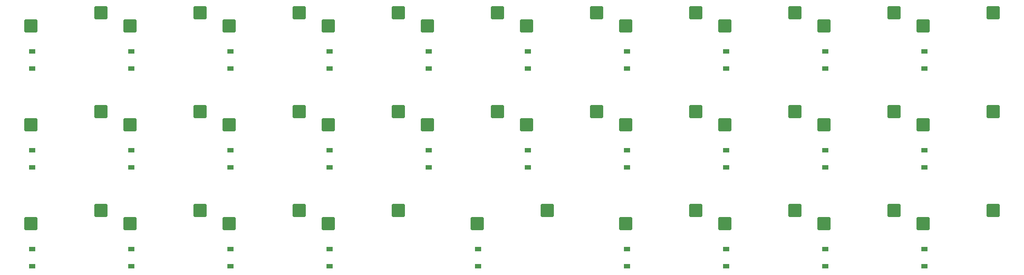
<source format=gbr>
%TF.GenerationSoftware,KiCad,Pcbnew,(6.0.6)*%
%TF.CreationDate,2022-07-16T00:36:14+07:00*%
%TF.ProjectId,pocket,706f636b-6574-42e6-9b69-6361645f7063,rev?*%
%TF.SameCoordinates,Original*%
%TF.FileFunction,Paste,Bot*%
%TF.FilePolarity,Positive*%
%FSLAX46Y46*%
G04 Gerber Fmt 4.6, Leading zero omitted, Abs format (unit mm)*
G04 Created by KiCad (PCBNEW (6.0.6)) date 2022-07-16 00:36:14*
%MOMM*%
%LPD*%
G01*
G04 APERTURE LIST*
G04 Aperture macros list*
%AMRoundRect*
0 Rectangle with rounded corners*
0 $1 Rounding radius*
0 $2 $3 $4 $5 $6 $7 $8 $9 X,Y pos of 4 corners*
0 Add a 4 corners polygon primitive as box body*
4,1,4,$2,$3,$4,$5,$6,$7,$8,$9,$2,$3,0*
0 Add four circle primitives for the rounded corners*
1,1,$1+$1,$2,$3*
1,1,$1+$1,$4,$5*
1,1,$1+$1,$6,$7*
1,1,$1+$1,$8,$9*
0 Add four rect primitives between the rounded corners*
20,1,$1+$1,$2,$3,$4,$5,0*
20,1,$1+$1,$4,$5,$6,$7,0*
20,1,$1+$1,$6,$7,$8,$9,0*
20,1,$1+$1,$8,$9,$2,$3,0*%
G04 Aperture macros list end*
%ADD10RoundRect,0.250000X1.025000X1.000000X-1.025000X1.000000X-1.025000X-1.000000X1.025000X-1.000000X0*%
%ADD11R,1.200000X0.900000*%
G04 APERTURE END LIST*
D10*
%TO.C,SW13*%
X231515000Y-60801250D03*
X218065000Y-63341250D03*
%TD*%
%TO.C,SW15*%
X193415000Y-60801250D03*
X179965000Y-63341250D03*
%TD*%
%TO.C,SW14*%
X212465000Y-60801250D03*
X199015000Y-63341250D03*
%TD*%
%TO.C,SW29*%
X84715000Y-82391250D03*
X98165000Y-79851250D03*
%TD*%
%TO.C,SW28*%
X103765000Y-82391250D03*
X117215000Y-79851250D03*
%TD*%
%TO.C,SW27*%
X122815000Y-82391250D03*
X136265000Y-79851250D03*
%TD*%
%TO.C,SW26*%
X141865000Y-82391250D03*
X155315000Y-79851250D03*
%TD*%
%TO.C,SW25*%
X170440000Y-82391250D03*
X183890000Y-79851250D03*
%TD*%
%TO.C,SW24*%
X199015000Y-82391250D03*
X212465000Y-79851250D03*
%TD*%
%TO.C,SW23*%
X218065000Y-82391250D03*
X231515000Y-79851250D03*
%TD*%
%TO.C,SW22*%
X237115000Y-82391250D03*
X250565000Y-79851250D03*
%TD*%
%TO.C,SW21*%
X256165000Y-82391250D03*
X269615000Y-79851250D03*
%TD*%
D11*
%TO.C,D29*%
X84931250Y-90550000D03*
X84931250Y-87250000D03*
%TD*%
%TO.C,D28*%
X103981250Y-90550000D03*
X103981250Y-87250000D03*
%TD*%
%TO.C,D27*%
X123031250Y-90550000D03*
X123031250Y-87250000D03*
%TD*%
%TO.C,D26*%
X142081250Y-90550000D03*
X142081250Y-87250000D03*
%TD*%
%TO.C,D25*%
X170656250Y-90550000D03*
X170656250Y-87250000D03*
%TD*%
%TO.C,D24*%
X199231250Y-90550000D03*
X199231250Y-87250000D03*
%TD*%
%TO.C,D23*%
X218281250Y-90550000D03*
X218281250Y-87250000D03*
%TD*%
%TO.C,D22*%
X237331250Y-90550000D03*
X237331250Y-87250000D03*
%TD*%
%TO.C,D21*%
X256381250Y-90550000D03*
X256381250Y-87250000D03*
%TD*%
D10*
%TO.C,SW6*%
X174365000Y-41751250D03*
X160915000Y-44291250D03*
%TD*%
%TO.C,SW20*%
X84715000Y-63341250D03*
X98165000Y-60801250D03*
%TD*%
%TO.C,SW19*%
X103765000Y-63341250D03*
X117215000Y-60801250D03*
%TD*%
%TO.C,SW18*%
X136265000Y-60801250D03*
X122815000Y-63341250D03*
%TD*%
%TO.C,SW17*%
X155315000Y-60801250D03*
X141865000Y-63341250D03*
%TD*%
%TO.C,SW16*%
X174365000Y-60801250D03*
X160915000Y-63341250D03*
%TD*%
%TO.C,SW12*%
X250565000Y-60801250D03*
X237115000Y-63341250D03*
%TD*%
%TO.C,SW11*%
X269615000Y-60801250D03*
X256165000Y-63341250D03*
%TD*%
D11*
%TO.C,D20*%
X84931250Y-68200000D03*
X84931250Y-71500000D03*
%TD*%
%TO.C,D19*%
X103981250Y-68200000D03*
X103981250Y-71500000D03*
%TD*%
%TO.C,D18*%
X123031250Y-68200000D03*
X123031250Y-71500000D03*
%TD*%
%TO.C,D17*%
X142081250Y-68200000D03*
X142081250Y-71500000D03*
%TD*%
%TO.C,D16*%
X161131250Y-68200000D03*
X161131250Y-71500000D03*
%TD*%
%TO.C,D15*%
X180181250Y-68200000D03*
X180181250Y-71500000D03*
%TD*%
%TO.C,D14*%
X199231250Y-68200000D03*
X199231250Y-71500000D03*
%TD*%
%TO.C,D13*%
X218281250Y-68200000D03*
X218281250Y-71500000D03*
%TD*%
%TO.C,D12*%
X237331250Y-68200000D03*
X237331250Y-71500000D03*
%TD*%
%TO.C,D11*%
X256381250Y-68200000D03*
X256381250Y-71500000D03*
%TD*%
D10*
%TO.C,SW10*%
X98165000Y-41751250D03*
X84715000Y-44291250D03*
%TD*%
%TO.C,SW9*%
X117215000Y-41751250D03*
X103765000Y-44291250D03*
%TD*%
%TO.C,SW8*%
X136265000Y-41751250D03*
X122815000Y-44291250D03*
%TD*%
%TO.C,SW7*%
X155315000Y-41751250D03*
X141865000Y-44291250D03*
%TD*%
%TO.C,SW5*%
X193415000Y-41751250D03*
X179965000Y-44291250D03*
%TD*%
%TO.C,SW4*%
X212465000Y-41751250D03*
X199015000Y-44291250D03*
%TD*%
%TO.C,SW3*%
X231515000Y-41751250D03*
X218065000Y-44291250D03*
%TD*%
%TO.C,SW2*%
X250565000Y-41751250D03*
X237115000Y-44291250D03*
%TD*%
%TO.C,SW1*%
X269615000Y-41751250D03*
X256165000Y-44291250D03*
%TD*%
D11*
%TO.C,D10*%
X84931250Y-52450000D03*
X84931250Y-49150000D03*
%TD*%
%TO.C,D9*%
X103981250Y-52450000D03*
X103981250Y-49150000D03*
%TD*%
%TO.C,D8*%
X123031250Y-49150000D03*
X123031250Y-52450000D03*
%TD*%
%TO.C,D7*%
X142081250Y-49150000D03*
X142081250Y-52450000D03*
%TD*%
%TO.C,D6*%
X161131250Y-49150000D03*
X161131250Y-52450000D03*
%TD*%
%TO.C,D5*%
X180181250Y-49150000D03*
X180181250Y-52450000D03*
%TD*%
%TO.C,D4*%
X199231250Y-49150000D03*
X199231250Y-52450000D03*
%TD*%
%TO.C,D3*%
X218281250Y-49150000D03*
X218281250Y-52450000D03*
%TD*%
%TO.C,D2*%
X237331250Y-49150000D03*
X237331250Y-52450000D03*
%TD*%
%TO.C,D1*%
X256381250Y-52450000D03*
X256381250Y-49150000D03*
%TD*%
M02*

</source>
